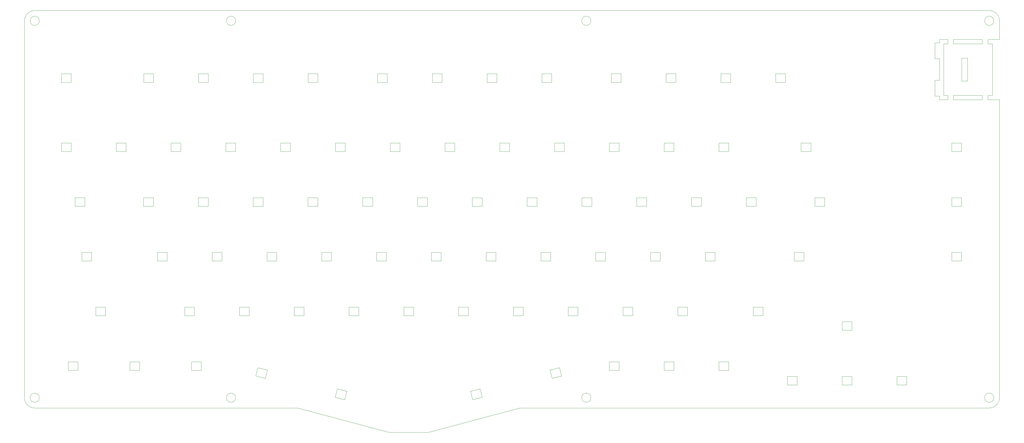
<source format=gbr>
%TF.GenerationSoftware,KiCad,Pcbnew,(6.0.6)*%
%TF.CreationDate,2022-07-23T00:41:05+02:00*%
%TF.ProjectId,middle,6d696464-6c65-42e6-9b69-6361645f7063,rev?*%
%TF.SameCoordinates,Original*%
%TF.FileFunction,Profile,NP*%
%FSLAX46Y46*%
G04 Gerber Fmt 4.6, Leading zero omitted, Abs format (unit mm)*
G04 Created by KiCad (PCBNEW (6.0.6)) date 2022-07-23 00:41:05*
%MOMM*%
%LPD*%
G01*
G04 APERTURE LIST*
%TA.AperFunction,Profile*%
%ADD10C,0.050000*%
%TD*%
%TA.AperFunction,Profile*%
%ADD11C,0.120000*%
%TD*%
G04 APERTURE END LIST*
D10*
X383000000Y-57140000D02*
X383000000Y-63595000D01*
X371839999Y-70119997D02*
X369839998Y-70119999D01*
X383000000Y-57140000D02*
G75*
G03*
X379430000Y-53570000I-3570000J0D01*
G01*
X367000000Y-63595000D02*
X377000000Y-63595000D01*
X367000000Y-65120000D02*
X367000000Y-63595000D01*
X379000000Y-84595000D02*
X379000000Y-83120000D01*
X360513000Y-77845000D02*
X362113000Y-77845000D01*
X240943984Y-57140000D02*
G75*
G03*
X240943984Y-57140000I-1600000J0D01*
G01*
X379000000Y-84595000D02*
X383000000Y-84595000D01*
X380539999Y-83119999D02*
X380539997Y-65119997D01*
X117431016Y-57140000D02*
G75*
G03*
X117431016Y-57140000I-1600000J0D01*
G01*
X360513000Y-70345000D02*
X362113000Y-70345000D01*
X379000000Y-63595000D02*
X383000000Y-63595000D01*
X365000000Y-83120000D02*
X365000000Y-84595000D01*
X379000000Y-65120000D02*
X379000000Y-63595000D01*
X379000000Y-83120000D02*
X380539999Y-83119999D01*
X360513000Y-77845000D02*
X360513000Y-83345000D01*
X381030000Y-188400000D02*
G75*
G03*
X381030000Y-188400000I-1600000J0D01*
G01*
X383000000Y-84595000D02*
X383000000Y-188400000D01*
X369840000Y-78119997D02*
X371840000Y-78119998D01*
X365000000Y-84595000D02*
X362113000Y-84595000D01*
X216138543Y-191970000D02*
X379430000Y-191970000D01*
X367000000Y-84595000D02*
X377000000Y-84595000D01*
X170758570Y-200469915D02*
X184416430Y-200469915D01*
X49170000Y-188400000D02*
G75*
G03*
X49170000Y-188400000I-1600000J0D01*
G01*
X365000000Y-65120000D02*
X363539999Y-65119996D01*
X377000000Y-83120000D02*
X377000000Y-84595000D01*
X362113000Y-77845000D02*
X362113000Y-70345000D01*
X381030000Y-57140000D02*
G75*
G03*
X381030000Y-57140000I-1600000J0D01*
G01*
X362113000Y-83345000D02*
X360513000Y-83345000D01*
X369839998Y-70119999D02*
X369840000Y-78119997D01*
X379430000Y-191970000D02*
G75*
G03*
X383000000Y-188400000I0J3570000D01*
G01*
X379000000Y-65120000D02*
X380539997Y-65119997D01*
X47570000Y-53570000D02*
X379430000Y-53570000D01*
X139036457Y-191970000D02*
X170758570Y-200469915D01*
X371840000Y-78119998D02*
X371839999Y-70119997D01*
X240943984Y-188400000D02*
G75*
G03*
X240943984Y-188400000I-1600000J0D01*
G01*
X360513000Y-70345000D02*
X360513000Y-64845000D01*
X117431016Y-188400000D02*
G75*
G03*
X117431016Y-188400000I-1600000J0D01*
G01*
X47570000Y-53570000D02*
G75*
G03*
X44000000Y-57140000I0J-3570000D01*
G01*
X365000000Y-83120000D02*
X363539999Y-83119998D01*
X365000000Y-63595000D02*
X365000000Y-65120000D01*
X362113000Y-83345000D02*
X362113000Y-84595000D01*
X363539999Y-65119996D02*
X363539999Y-83119998D01*
X184416430Y-200469915D02*
X216138543Y-191970000D01*
X377000000Y-65120000D02*
X367000000Y-65120000D01*
X367000000Y-83120000D02*
X377000000Y-83120000D01*
X139036457Y-191970000D02*
X47570000Y-191970000D01*
X44000000Y-188400000D02*
G75*
G03*
X47570000Y-191970000I3570000J0D01*
G01*
X44000000Y-188400000D02*
X44000000Y-57140000D01*
X360513000Y-64845000D02*
X362113000Y-64845000D01*
X365000000Y-63595000D02*
X362113000Y-63595000D01*
X49170000Y-57140000D02*
G75*
G03*
X49170000Y-57140000I-1600000J0D01*
G01*
X367000000Y-84595000D02*
X367000000Y-83120000D01*
X377000000Y-63595000D02*
X377000000Y-65120000D01*
X362113000Y-64845000D02*
X362113000Y-63595000D01*
D11*
%TO.C,KD13*%
X366387500Y-99695000D02*
X369787500Y-99695000D01*
X369787500Y-99695000D02*
X369787500Y-102695000D01*
X369787500Y-102695000D02*
X366387500Y-102695000D01*
X366387500Y-102695000D02*
X366387500Y-99695000D01*
%TO.C,KA5*%
X170125000Y-75595000D02*
X170125000Y-78595000D01*
X166725000Y-78595000D02*
X166725000Y-75595000D01*
X166725000Y-75595000D02*
X170125000Y-75595000D01*
X170125000Y-78595000D02*
X166725000Y-78595000D01*
%TO.C,KF9*%
X285425000Y-178895000D02*
X285425000Y-175895000D01*
X288825000Y-178895000D02*
X285425000Y-178895000D01*
X285425000Y-175895000D02*
X288825000Y-175895000D01*
X288825000Y-175895000D02*
X288825000Y-178895000D01*
%TO.C,KC7*%
X199700000Y-121745000D02*
X199700000Y-118745000D01*
X199700000Y-118745000D02*
X203100000Y-118745000D01*
X203100000Y-121745000D02*
X199700000Y-121745000D01*
X203100000Y-118745000D02*
X203100000Y-121745000D01*
%TO.C,KE11*%
X297331250Y-159845000D02*
X297331250Y-156845000D01*
X300731250Y-156845000D02*
X300731250Y-159845000D01*
X300731250Y-159845000D02*
X297331250Y-159845000D01*
X297331250Y-156845000D02*
X300731250Y-156845000D01*
%TO.C,KC9*%
X241200000Y-118745000D02*
X241200000Y-121745000D01*
X241200000Y-121745000D02*
X237800000Y-121745000D01*
X237800000Y-121745000D02*
X237800000Y-118745000D01*
X237800000Y-118745000D02*
X241200000Y-118745000D01*
%TO.C,KB9*%
X228275000Y-99695000D02*
X231675000Y-99695000D01*
X228275000Y-102695000D02*
X228275000Y-99695000D01*
X231675000Y-99695000D02*
X231675000Y-102695000D01*
X231675000Y-102695000D02*
X228275000Y-102695000D01*
%TO.C,KF3*%
X128484421Y-178763947D02*
X127707964Y-181661724D01*
X124423816Y-180781739D02*
X125200274Y-177883962D01*
X125200274Y-177883962D02*
X128484421Y-178763947D01*
X127707964Y-181661724D02*
X124423816Y-180781739D01*
%TO.C,KB0*%
X60225000Y-102695000D02*
X56825000Y-102695000D01*
X60225000Y-99695000D02*
X60225000Y-102695000D01*
X56825000Y-102695000D02*
X56825000Y-99695000D01*
X56825000Y-99695000D02*
X60225000Y-99695000D01*
%TO.C,KC2*%
X107850000Y-118745000D02*
X107850000Y-121745000D01*
X104450000Y-118745000D02*
X107850000Y-118745000D01*
X107850000Y-121745000D02*
X104450000Y-121745000D01*
X104450000Y-121745000D02*
X104450000Y-118745000D01*
%TO.C,KD7*%
X204462500Y-137795000D02*
X207862500Y-137795000D01*
X207862500Y-137795000D02*
X207862500Y-140795000D01*
X207862500Y-140795000D02*
X204462500Y-140795000D01*
X204462500Y-140795000D02*
X204462500Y-137795000D01*
%TO.C,KA7*%
X204825000Y-78595000D02*
X204825000Y-75595000D01*
X208225000Y-78595000D02*
X204825000Y-78595000D01*
X204825000Y-75595000D02*
X208225000Y-75595000D01*
X208225000Y-75595000D02*
X208225000Y-78595000D01*
%TO.C,KC3*%
X123500000Y-121745000D02*
X123500000Y-118745000D01*
X126900000Y-121745000D02*
X123500000Y-121745000D01*
X126900000Y-118745000D02*
X126900000Y-121745000D01*
X123500000Y-118745000D02*
X126900000Y-118745000D01*
%TO.C,KA10*%
X270425000Y-75595000D02*
X270425000Y-78595000D01*
X267025000Y-75595000D02*
X270425000Y-75595000D01*
X267025000Y-78595000D02*
X267025000Y-75595000D01*
X270425000Y-78595000D02*
X267025000Y-78595000D01*
%TO.C,KC5*%
X165000000Y-121745000D02*
X161600000Y-121745000D01*
X161600000Y-118745000D02*
X165000000Y-118745000D01*
X165000000Y-118745000D02*
X165000000Y-121745000D01*
X161600000Y-121745000D02*
X161600000Y-118745000D01*
%TO.C,KF11*%
X331687500Y-180945000D02*
X331687500Y-183945000D01*
X331687500Y-183945000D02*
X328287500Y-183945000D01*
X328287500Y-183945000D02*
X328287500Y-180945000D01*
X328287500Y-180945000D02*
X331687500Y-180945000D01*
%TO.C,KE7*%
X213987500Y-159845000D02*
X213987500Y-156845000D01*
X217387500Y-159845000D02*
X213987500Y-159845000D01*
X213987500Y-156845000D02*
X217387500Y-156845000D01*
X217387500Y-156845000D02*
X217387500Y-159845000D01*
%TO.C,KF12*%
X347337500Y-183945000D02*
X347337500Y-180945000D01*
X350737500Y-183945000D02*
X347337500Y-183945000D01*
X350737500Y-180945000D02*
X350737500Y-183945000D01*
X347337500Y-180945000D02*
X350737500Y-180945000D01*
%TO.C,KE5*%
X179287500Y-159845000D02*
X175887500Y-159845000D01*
X175887500Y-156845000D02*
X179287500Y-156845000D01*
X175887500Y-159845000D02*
X175887500Y-156845000D01*
X179287500Y-156845000D02*
X179287500Y-159845000D01*
%TO.C,KB5*%
X155475000Y-102695000D02*
X152075000Y-102695000D01*
X155475000Y-99695000D02*
X155475000Y-102695000D01*
X152075000Y-99695000D02*
X155475000Y-99695000D01*
X152075000Y-102695000D02*
X152075000Y-99695000D01*
%TO.C,KD10*%
X261612500Y-137795000D02*
X265012500Y-137795000D01*
X261612500Y-140795000D02*
X261612500Y-137795000D01*
X265012500Y-137795000D02*
X265012500Y-140795000D01*
X265012500Y-140795000D02*
X261612500Y-140795000D01*
%TO.C,KA0*%
X56825000Y-75595000D02*
X60225000Y-75595000D01*
X56825000Y-78595000D02*
X56825000Y-75595000D01*
X60225000Y-78595000D02*
X56825000Y-78595000D01*
X60225000Y-75595000D02*
X60225000Y-78595000D01*
%TO.C,KD1*%
X90162500Y-140795000D02*
X90162500Y-137795000D01*
X93562500Y-137795000D02*
X93562500Y-140795000D01*
X90162500Y-137795000D02*
X93562500Y-137795000D01*
X93562500Y-140795000D02*
X90162500Y-140795000D01*
%TO.C,KB10*%
X250725000Y-102695000D02*
X247325000Y-102695000D01*
X250725000Y-99695000D02*
X250725000Y-102695000D01*
X247325000Y-99695000D02*
X250725000Y-99695000D01*
X247325000Y-102695000D02*
X247325000Y-99695000D01*
%TO.C,KC11*%
X279300000Y-121745000D02*
X275900000Y-121745000D01*
X279300000Y-118745000D02*
X279300000Y-121745000D01*
X275900000Y-118745000D02*
X279300000Y-118745000D01*
X275900000Y-121745000D02*
X275900000Y-118745000D01*
%TO.C,KF1*%
X84037500Y-178895000D02*
X80637500Y-178895000D01*
X80637500Y-175895000D02*
X84037500Y-175895000D01*
X80637500Y-178895000D02*
X80637500Y-175895000D01*
X84037500Y-175895000D02*
X84037500Y-178895000D01*
%TO.C,KE6*%
X194937500Y-159845000D02*
X194937500Y-156845000D01*
X198337500Y-159845000D02*
X194937500Y-159845000D01*
X198337500Y-156845000D02*
X198337500Y-159845000D01*
X194937500Y-156845000D02*
X198337500Y-156845000D01*
%TO.C,KA3*%
X123575000Y-75595000D02*
X126975000Y-75595000D01*
X123575000Y-78595000D02*
X123575000Y-75595000D01*
X126975000Y-78595000D02*
X123575000Y-78595000D01*
X126975000Y-75595000D02*
X126975000Y-78595000D01*
%TO.C,KE4*%
X156837500Y-159845000D02*
X156837500Y-156845000D01*
X160237500Y-159845000D02*
X156837500Y-159845000D01*
X156837500Y-156845000D02*
X160237500Y-156845000D01*
X160237500Y-156845000D02*
X160237500Y-159845000D01*
%TO.C,KD11*%
X284062500Y-140795000D02*
X280662500Y-140795000D01*
X284062500Y-137795000D02*
X284062500Y-140795000D01*
X280662500Y-137795000D02*
X284062500Y-137795000D01*
X280662500Y-140795000D02*
X280662500Y-137795000D01*
%TO.C,KD8*%
X226912500Y-137795000D02*
X226912500Y-140795000D01*
X223512500Y-137795000D02*
X226912500Y-137795000D01*
X223512500Y-140795000D02*
X223512500Y-137795000D01*
X226912500Y-140795000D02*
X223512500Y-140795000D01*
%TO.C,KF0*%
X59206250Y-175895000D02*
X62606250Y-175895000D01*
X59206250Y-178895000D02*
X59206250Y-175895000D01*
X62606250Y-175895000D02*
X62606250Y-178895000D01*
X62606250Y-178895000D02*
X59206250Y-178895000D01*
%TO.C,KE3*%
X141187500Y-156845000D02*
X141187500Y-159845000D01*
X137787500Y-159845000D02*
X137787500Y-156845000D01*
X141187500Y-159845000D02*
X137787500Y-159845000D01*
X137787500Y-156845000D02*
X141187500Y-156845000D01*
%TO.C,KF10*%
X309237500Y-183945000D02*
X309237500Y-180945000D01*
X309237500Y-180945000D02*
X312637500Y-180945000D01*
X312637500Y-183945000D02*
X309237500Y-183945000D01*
X312637500Y-180945000D02*
X312637500Y-183945000D01*
%TO.C,KC0*%
X61587500Y-118745000D02*
X64987500Y-118745000D01*
X64987500Y-118745000D02*
X64987500Y-121745000D01*
X64987500Y-121745000D02*
X61587500Y-121745000D01*
X61587500Y-121745000D02*
X61587500Y-118745000D01*
%TO.C,KD6*%
X188812500Y-137795000D02*
X188812500Y-140795000D01*
X185412500Y-140795000D02*
X185412500Y-137795000D01*
X188812500Y-140795000D02*
X185412500Y-140795000D01*
X185412500Y-137795000D02*
X188812500Y-137795000D01*
%TO.C,KB2*%
X98325000Y-102695000D02*
X94925000Y-102695000D01*
X94925000Y-99695000D02*
X98325000Y-99695000D01*
X94925000Y-102695000D02*
X94925000Y-99695000D01*
X98325000Y-99695000D02*
X98325000Y-102695000D01*
%TO.C,KC4*%
X145950000Y-118745000D02*
X145950000Y-121745000D01*
X145950000Y-121745000D02*
X142550000Y-121745000D01*
X142550000Y-121745000D02*
X142550000Y-118745000D01*
X142550000Y-118745000D02*
X145950000Y-118745000D01*
%TO.C,KD0*%
X67368750Y-137795000D02*
X67368750Y-140795000D01*
X67368750Y-140795000D02*
X63968750Y-140795000D01*
X63968750Y-137795000D02*
X67368750Y-137795000D01*
X63968750Y-140795000D02*
X63968750Y-137795000D01*
%TO.C,KD3*%
X128262500Y-140795000D02*
X128262500Y-137795000D01*
X131662500Y-137795000D02*
X131662500Y-140795000D01*
X131662500Y-140795000D02*
X128262500Y-140795000D01*
X128262500Y-137795000D02*
X131662500Y-137795000D01*
%TO.C,KF5*%
X199089248Y-186159701D02*
X202373396Y-185279717D01*
X203149853Y-188177494D02*
X199865705Y-189057479D01*
X202373396Y-185279717D02*
X203149853Y-188177494D01*
X199865705Y-189057479D02*
X199089248Y-186159701D01*
%TO.C,KF8*%
X266375000Y-175895000D02*
X269775000Y-175895000D01*
X266375000Y-178895000D02*
X266375000Y-175895000D01*
X269775000Y-175895000D02*
X269775000Y-178895000D01*
X269775000Y-178895000D02*
X266375000Y-178895000D01*
%TO.C,KA11*%
X289475000Y-78595000D02*
X286075000Y-78595000D01*
X289475000Y-75595000D02*
X289475000Y-78595000D01*
X286075000Y-75595000D02*
X289475000Y-75595000D01*
X286075000Y-78595000D02*
X286075000Y-75595000D01*
%TO.C,KD5*%
X166362500Y-140795000D02*
X166362500Y-137795000D01*
X166362500Y-137795000D02*
X169762500Y-137795000D01*
X169762500Y-140795000D02*
X166362500Y-140795000D01*
X169762500Y-137795000D02*
X169762500Y-140795000D01*
%TO.C,KA9*%
X247975000Y-75595000D02*
X251375000Y-75595000D01*
X247975000Y-78595000D02*
X247975000Y-75595000D01*
X251375000Y-75595000D02*
X251375000Y-78595000D01*
X251375000Y-78595000D02*
X247975000Y-78595000D01*
%TO.C,KE8*%
X236437500Y-156845000D02*
X236437500Y-159845000D01*
X236437500Y-159845000D02*
X233037500Y-159845000D01*
X233037500Y-156845000D02*
X236437500Y-156845000D01*
X233037500Y-159845000D02*
X233037500Y-156845000D01*
%TO.C,KB3*%
X113975000Y-102695000D02*
X113975000Y-99695000D01*
X117375000Y-102695000D02*
X113975000Y-102695000D01*
X117375000Y-99695000D02*
X117375000Y-102695000D01*
X113975000Y-99695000D02*
X117375000Y-99695000D01*
%TO.C,KC6*%
X180650000Y-118745000D02*
X184050000Y-118745000D01*
X180650000Y-121745000D02*
X180650000Y-118745000D01*
X184050000Y-121745000D02*
X180650000Y-121745000D01*
X184050000Y-118745000D02*
X184050000Y-121745000D01*
%TO.C,KB8*%
X209225000Y-99695000D02*
X212625000Y-99695000D01*
X209225000Y-102695000D02*
X209225000Y-99695000D01*
X212625000Y-102695000D02*
X209225000Y-102695000D01*
X212625000Y-99695000D02*
X212625000Y-102695000D01*
%TO.C,KA1*%
X88875000Y-75595000D02*
X88875000Y-78595000D01*
X88875000Y-78595000D02*
X85475000Y-78595000D01*
X85475000Y-78595000D02*
X85475000Y-75595000D01*
X85475000Y-75595000D02*
X88875000Y-75595000D01*
%TO.C,KA12*%
X305125000Y-78595000D02*
X305125000Y-75595000D01*
X308525000Y-78595000D02*
X305125000Y-78595000D01*
X308525000Y-75595000D02*
X308525000Y-78595000D01*
X305125000Y-75595000D02*
X308525000Y-75595000D01*
%TO.C,KA8*%
X227275000Y-78595000D02*
X223875000Y-78595000D01*
X227275000Y-75595000D02*
X227275000Y-78595000D01*
X223875000Y-78595000D02*
X223875000Y-75595000D01*
X223875000Y-75595000D02*
X227275000Y-75595000D01*
%TO.C,KE2*%
X118737500Y-159845000D02*
X118737500Y-156845000D01*
X122137500Y-159845000D02*
X118737500Y-159845000D01*
X118737500Y-156845000D02*
X122137500Y-156845000D01*
X122137500Y-156845000D02*
X122137500Y-159845000D01*
%TO.C,KE13*%
X366387500Y-118745000D02*
X369787500Y-118745000D01*
X369787500Y-121745000D02*
X366387500Y-121745000D01*
X369787500Y-118745000D02*
X369787500Y-121745000D01*
X366387500Y-121745000D02*
X366387500Y-118745000D01*
%TO.C,KC8*%
X218750000Y-118745000D02*
X222150000Y-118745000D01*
X218750000Y-121745000D02*
X218750000Y-118745000D01*
X222150000Y-118745000D02*
X222150000Y-121745000D01*
X222150000Y-121745000D02*
X218750000Y-121745000D01*
%TO.C,KD4*%
X150712500Y-140795000D02*
X147312500Y-140795000D01*
X147312500Y-140795000D02*
X147312500Y-137795000D01*
X150712500Y-137795000D02*
X150712500Y-140795000D01*
X147312500Y-137795000D02*
X150712500Y-137795000D01*
%TO.C,KB11*%
X269775000Y-102695000D02*
X266375000Y-102695000D01*
X269775000Y-99695000D02*
X269775000Y-102695000D01*
X266375000Y-99695000D02*
X269775000Y-99695000D01*
X266375000Y-102695000D02*
X266375000Y-99695000D01*
%TO.C,KF7*%
X250725000Y-175895000D02*
X250725000Y-178895000D01*
X250725000Y-178895000D02*
X247325000Y-178895000D01*
X247325000Y-175895000D02*
X250725000Y-175895000D01*
X247325000Y-178895000D02*
X247325000Y-175895000D01*
%TO.C,KE0*%
X72131250Y-159845000D02*
X68731250Y-159845000D01*
X68731250Y-156845000D02*
X72131250Y-156845000D01*
X68731250Y-159845000D02*
X68731250Y-156845000D01*
X72131250Y-156845000D02*
X72131250Y-159845000D01*
%TO.C,KC1*%
X85400000Y-118745000D02*
X88800000Y-118745000D01*
X88800000Y-118745000D02*
X88800000Y-121745000D01*
X85400000Y-121745000D02*
X85400000Y-118745000D01*
X88800000Y-121745000D02*
X85400000Y-121745000D01*
%TO.C,KE1*%
X99687500Y-156845000D02*
X103087500Y-156845000D01*
X103087500Y-156845000D02*
X103087500Y-159845000D01*
X99687500Y-159845000D02*
X99687500Y-156845000D01*
X103087500Y-159845000D02*
X99687500Y-159845000D01*
%TO.C,KC13*%
X322162500Y-121745000D02*
X318762500Y-121745000D01*
X318762500Y-121745000D02*
X318762500Y-118745000D01*
X318762500Y-118745000D02*
X322162500Y-118745000D01*
X322162500Y-118745000D02*
X322162500Y-121745000D01*
%TO.C,KB13*%
X317400000Y-99695000D02*
X317400000Y-102695000D01*
X314000000Y-102695000D02*
X314000000Y-99695000D01*
X314000000Y-99695000D02*
X317400000Y-99695000D01*
X317400000Y-102695000D02*
X314000000Y-102695000D01*
%TO.C,KF4*%
X155309295Y-189057479D02*
X152025147Y-188177494D01*
X152801604Y-185279716D02*
X156085752Y-186159701D01*
X156085752Y-186159701D02*
X155309295Y-189057479D01*
X152025147Y-188177494D02*
X152801604Y-185279716D01*
%TO.C,KA4*%
X142625000Y-75595000D02*
X146025000Y-75595000D01*
X142625000Y-78595000D02*
X142625000Y-75595000D01*
X146025000Y-78595000D02*
X142625000Y-78595000D01*
X146025000Y-75595000D02*
X146025000Y-78595000D01*
%TO.C,KC12*%
X294950000Y-121745000D02*
X294950000Y-118745000D01*
X298350000Y-118745000D02*
X298350000Y-121745000D01*
X298350000Y-121745000D02*
X294950000Y-121745000D01*
X294950000Y-118745000D02*
X298350000Y-118745000D01*
%TO.C,KB12*%
X285425000Y-102695000D02*
X285425000Y-99695000D01*
X288825000Y-99695000D02*
X288825000Y-102695000D01*
X288825000Y-102695000D02*
X285425000Y-102695000D01*
X285425000Y-99695000D02*
X288825000Y-99695000D01*
%TO.C,KB4*%
X133025000Y-102695000D02*
X133025000Y-99695000D01*
X133025000Y-99695000D02*
X136425000Y-99695000D01*
X136425000Y-99695000D02*
X136425000Y-102695000D01*
X136425000Y-102695000D02*
X133025000Y-102695000D01*
%TO.C,KB6*%
X174525000Y-102695000D02*
X171125000Y-102695000D01*
X171125000Y-102695000D02*
X171125000Y-99695000D01*
X174525000Y-99695000D02*
X174525000Y-102695000D01*
X171125000Y-99695000D02*
X174525000Y-99695000D01*
%TO.C,KA6*%
X185775000Y-75595000D02*
X189175000Y-75595000D01*
X189175000Y-78595000D02*
X185775000Y-78595000D01*
X189175000Y-75595000D02*
X189175000Y-78595000D01*
X185775000Y-78595000D02*
X185775000Y-75595000D01*
%TO.C,KA2*%
X104525000Y-75595000D02*
X107925000Y-75595000D01*
X107925000Y-75595000D02*
X107925000Y-78595000D01*
X104525000Y-78595000D02*
X104525000Y-75595000D01*
X107925000Y-78595000D02*
X104525000Y-78595000D01*
%TO.C,KF2*%
X105468750Y-175895000D02*
X105468750Y-178895000D01*
X105468750Y-178895000D02*
X102068750Y-178895000D01*
X102068750Y-178895000D02*
X102068750Y-175895000D01*
X102068750Y-175895000D02*
X105468750Y-175895000D01*
%TO.C,KD2*%
X112612500Y-137795000D02*
X112612500Y-140795000D01*
X112612500Y-140795000D02*
X109212500Y-140795000D01*
X109212500Y-137795000D02*
X112612500Y-137795000D01*
X109212500Y-140795000D02*
X109212500Y-137795000D01*
%TO.C,KF13*%
X369787500Y-137795000D02*
X369787500Y-140795000D01*
X369787500Y-140795000D02*
X366387500Y-140795000D01*
X366387500Y-137795000D02*
X369787500Y-137795000D01*
X366387500Y-140795000D02*
X366387500Y-137795000D01*
%TO.C,KB7*%
X193575000Y-99695000D02*
X193575000Y-102695000D01*
X190175000Y-102695000D02*
X190175000Y-99695000D01*
X193575000Y-102695000D02*
X190175000Y-102695000D01*
X190175000Y-99695000D02*
X193575000Y-99695000D01*
%TO.C,KE10*%
X271137500Y-159845000D02*
X271137500Y-156845000D01*
X274537500Y-159845000D02*
X271137500Y-159845000D01*
X274537500Y-156845000D02*
X274537500Y-159845000D01*
X271137500Y-156845000D02*
X274537500Y-156845000D01*
%TO.C,KB1*%
X79275000Y-102695000D02*
X75875000Y-102695000D01*
X75875000Y-99695000D02*
X79275000Y-99695000D01*
X79275000Y-99695000D02*
X79275000Y-102695000D01*
X75875000Y-102695000D02*
X75875000Y-99695000D01*
%TO.C,KD12*%
X315018750Y-137795000D02*
X315018750Y-140795000D01*
X311618750Y-137795000D02*
X315018750Y-137795000D01*
X315018750Y-140795000D02*
X311618750Y-140795000D01*
X311618750Y-140795000D02*
X311618750Y-137795000D01*
%TO.C,KE9*%
X252087500Y-156845000D02*
X255487500Y-156845000D01*
X255487500Y-159845000D02*
X252087500Y-159845000D01*
X252087500Y-159845000D02*
X252087500Y-156845000D01*
X255487500Y-156845000D02*
X255487500Y-159845000D01*
%TO.C,KC10*%
X256850000Y-118745000D02*
X260250000Y-118745000D01*
X260250000Y-118745000D02*
X260250000Y-121745000D01*
X256850000Y-121745000D02*
X256850000Y-118745000D01*
X260250000Y-121745000D02*
X256850000Y-121745000D01*
%TO.C,KE12*%
X331687500Y-164895000D02*
X328287500Y-164895000D01*
X328287500Y-164895000D02*
X328287500Y-161895000D01*
X331687500Y-161895000D02*
X331687500Y-164895000D01*
X328287500Y-161895000D02*
X331687500Y-161895000D01*
%TO.C,KD9*%
X245962500Y-137795000D02*
X245962500Y-140795000D01*
X242562500Y-137795000D02*
X245962500Y-137795000D01*
X245962500Y-140795000D02*
X242562500Y-140795000D01*
X242562500Y-140795000D02*
X242562500Y-137795000D01*
%TO.C,KF6*%
X229974726Y-177883962D02*
X230751184Y-180781740D01*
X226690579Y-178763947D02*
X229974726Y-177883962D01*
X230751184Y-180781740D02*
X227467036Y-181661724D01*
X227467036Y-181661724D02*
X226690579Y-178763947D01*
%TD*%
M02*

</source>
